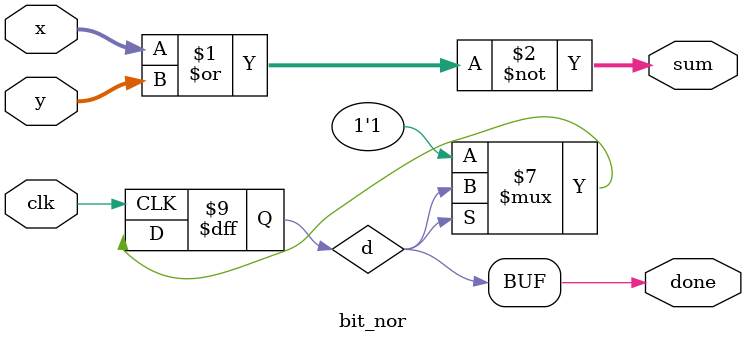
<source format=v>





module bit_nor(
 input [7:0]x,
 input [7:0]y,
 input clk,
 output done,
 output [7:0]sum
);
 
reg d=1'b0;
 assign done=d;
 assign sum = x~|y;
 always @(posedge clk) begin
  if(~done) begin
   d=1'b1;
  end
 end
  
endmodule


</source>
